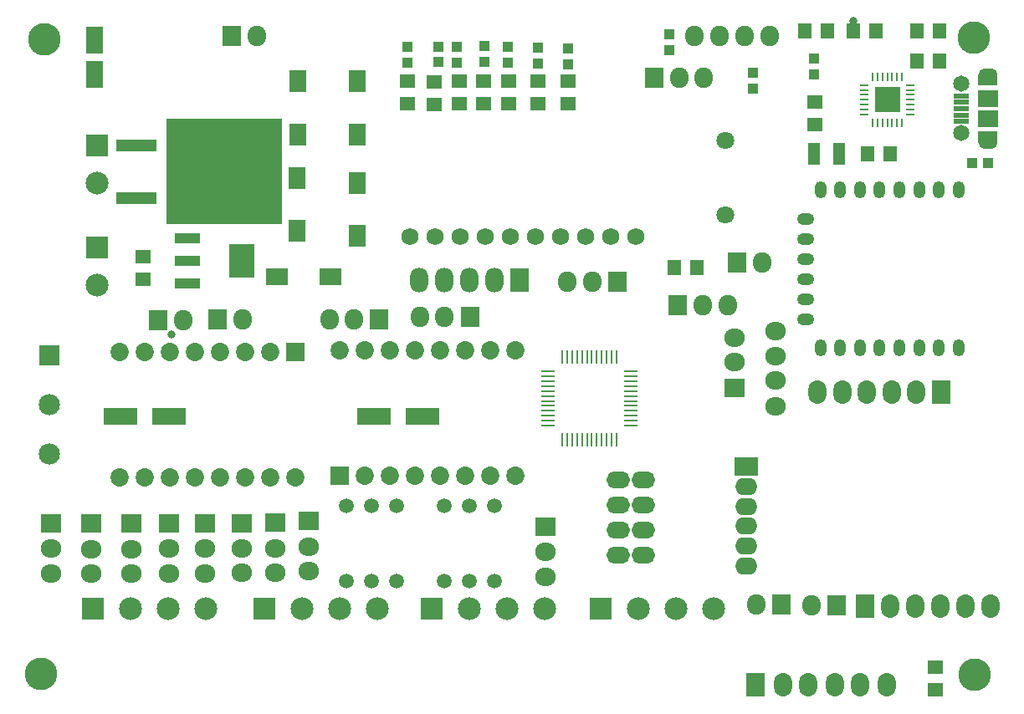
<source format=gts>
G04*
G04 #@! TF.GenerationSoftware,Altium Limited,Altium Designer,18.1.6 (161)*
G04*
G04 Layer_Color=8388736*
%FSTAX24Y24*%
%MOIN*%
G70*
G01*
G75*
%ADD18O,0.0750X0.0480*%
%ADD22R,0.0500X0.0870*%
%ADD32R,0.0080X0.0380*%
%ADD33R,0.0380X0.0080*%
%ADD37R,0.0580X0.0090*%
%ADD38R,0.0090X0.0580*%
%ADD41R,0.0830X0.0670*%
%ADD42R,0.0610X0.0240*%
%ADD43R,0.0867X0.0671*%
%ADD44R,0.0671X0.0867*%
%ADD45R,0.1320X0.0710*%
%ADD46R,0.0580X0.0630*%
%ADD47R,0.1620X0.0470*%
%ADD48R,0.4590X0.4190*%
%ADD49R,0.0630X0.0580*%
%ADD50O,0.0880X0.0680*%
%ADD51R,0.0930X0.0730*%
%ADD52R,0.0395X0.0395*%
%ADD53R,0.0395X0.0395*%
%ADD54R,0.0710X0.1084*%
%ADD55R,0.1000X0.1000*%
%ADD56O,0.0480X0.0680*%
%ADD57O,0.0680X0.0480*%
%ADD58O,0.0680X0.0480*%
%ADD59R,0.1040X0.1320*%
%ADD60R,0.1040X0.0410*%
%ADD61C,0.0907*%
%ADD62R,0.0907X0.0907*%
%ADD63C,0.0650*%
%ADD64C,0.0320*%
%ADD65R,0.0907X0.0907*%
%ADD66O,0.0830X0.0730*%
%ADD67R,0.0830X0.0730*%
%ADD68O,0.0730X0.0830*%
%ADD69R,0.0730X0.0830*%
%ADD70C,0.1300*%
%ADD71C,0.0730*%
%ADD72R,0.0730X0.0730*%
%ADD73C,0.0680*%
%ADD74O,0.0940X0.0680*%
%ADD75C,0.0592*%
%ADD76C,0.0709*%
%ADD77O,0.0730X0.0980*%
%ADD78R,0.0730X0.0980*%
%ADD79O,0.0730X0.0930*%
%ADD80R,0.0730X0.0930*%
%ADD81O,0.0730X0.0930*%
%ADD82R,0.0730X0.0930*%
%ADD83C,0.0848*%
%ADD84R,0.0848X0.0848*%
%ADD85C,0.0316*%
G36*
X047015Y0306D02*
X046265D01*
Y03014D01*
X047015D01*
Y0306D01*
D02*
G37*
G36*
Y032436D02*
X046265D01*
Y032896D01*
X047015D01*
Y032436D01*
D02*
G37*
D18*
X04664Y03014D02*
D03*
Y032896D02*
D03*
D22*
X04073Y02973D02*
D03*
X03971D02*
D03*
D32*
X043231Y030955D02*
D03*
X043034D02*
D03*
X042837D02*
D03*
X04264D02*
D03*
X042443D02*
D03*
X042246D02*
D03*
X042049D02*
D03*
Y032785D02*
D03*
X042246D02*
D03*
X042443D02*
D03*
X04264D02*
D03*
X042837D02*
D03*
X043034D02*
D03*
X043231D02*
D03*
D33*
X041725Y031279D02*
D03*
Y031476D02*
D03*
Y031673D02*
D03*
Y03187D02*
D03*
Y032067D02*
D03*
Y032264D02*
D03*
Y032461D02*
D03*
X043555D02*
D03*
Y032264D02*
D03*
Y032067D02*
D03*
Y03187D02*
D03*
Y031673D02*
D03*
Y031476D02*
D03*
Y031279D02*
D03*
D37*
X02911Y021043D02*
D03*
Y020846D02*
D03*
Y020649D02*
D03*
Y020452D02*
D03*
Y020255D02*
D03*
Y020058D02*
D03*
Y019862D02*
D03*
Y019665D02*
D03*
Y019468D02*
D03*
Y019271D02*
D03*
Y019074D02*
D03*
Y018877D02*
D03*
X03243D02*
D03*
Y019074D02*
D03*
Y019271D02*
D03*
Y019468D02*
D03*
Y019665D02*
D03*
Y019862D02*
D03*
Y020058D02*
D03*
Y020255D02*
D03*
Y020452D02*
D03*
Y020649D02*
D03*
Y020846D02*
D03*
Y021043D02*
D03*
D38*
X029687Y0183D02*
D03*
X029884D02*
D03*
X030081D02*
D03*
X030278D02*
D03*
X030475D02*
D03*
X030672D02*
D03*
X030868D02*
D03*
X031065D02*
D03*
X031262D02*
D03*
X031459D02*
D03*
X031656D02*
D03*
X031853D02*
D03*
Y02162D02*
D03*
X031656D02*
D03*
X031459D02*
D03*
X031262D02*
D03*
X031065D02*
D03*
X030868D02*
D03*
X030672D02*
D03*
X030475D02*
D03*
X030278D02*
D03*
X030081D02*
D03*
X029884D02*
D03*
X029687D02*
D03*
D41*
X04664Y031911D02*
D03*
Y031124D02*
D03*
D42*
X045587Y032029D02*
D03*
Y031774D02*
D03*
Y031518D02*
D03*
Y031262D02*
D03*
Y031006D02*
D03*
D43*
X020453Y02483D02*
D03*
X018327D02*
D03*
D44*
X02152Y028563D02*
D03*
Y026437D02*
D03*
X01913Y028763D02*
D03*
Y026637D02*
D03*
X02152Y032613D02*
D03*
Y030487D02*
D03*
X01917Y030477D02*
D03*
Y032603D02*
D03*
D45*
X024119Y01926D02*
D03*
X02219D02*
D03*
X01401D02*
D03*
X012081D02*
D03*
D46*
X04276Y02971D02*
D03*
X04186D02*
D03*
X03506Y02518D02*
D03*
X03416D02*
D03*
X04473Y03342D02*
D03*
X04383D02*
D03*
X04473Y03461D02*
D03*
X04383D02*
D03*
X0422Y03462D02*
D03*
X0413D02*
D03*
X04025D02*
D03*
X03935D02*
D03*
D47*
X012735Y027961D02*
D03*
Y030039D02*
D03*
D48*
X01623Y029D02*
D03*
D49*
X02353Y03263D02*
D03*
Y03173D02*
D03*
X02655Y03261D02*
D03*
Y03171D02*
D03*
X02755D02*
D03*
Y03261D02*
D03*
X02993Y03172D02*
D03*
Y03262D02*
D03*
X02559Y03171D02*
D03*
Y03261D02*
D03*
X02872Y032613D02*
D03*
Y031713D02*
D03*
X03974Y03178D02*
D03*
Y03088D02*
D03*
X0246Y03169D02*
D03*
Y03259D02*
D03*
X01298Y02561D02*
D03*
Y02471D02*
D03*
X04456Y00835D02*
D03*
Y00925D02*
D03*
D50*
X03702Y013295D02*
D03*
Y014083D02*
D03*
Y01487D02*
D03*
Y015657D02*
D03*
Y016445D02*
D03*
D51*
Y017232D02*
D03*
D52*
X02351Y033345D02*
D03*
Y033975D02*
D03*
X02548Y033358D02*
D03*
Y033988D02*
D03*
X02474Y033365D02*
D03*
Y033995D02*
D03*
X03971Y03289D02*
D03*
Y03352D02*
D03*
X02753Y033351D02*
D03*
Y033981D02*
D03*
X03394Y033835D02*
D03*
Y034465D02*
D03*
X0266Y033395D02*
D03*
Y034025D02*
D03*
X02871Y03332D02*
D03*
Y03395D02*
D03*
X029915Y03329D02*
D03*
Y03392D02*
D03*
X03729Y032945D02*
D03*
Y032315D02*
D03*
D53*
X046665Y02935D02*
D03*
X046035D02*
D03*
D54*
X01107Y034259D02*
D03*
Y032881D02*
D03*
D55*
X04264Y03187D02*
D03*
D56*
X039973Y02828D02*
D03*
X04076D02*
D03*
X041548D02*
D03*
X042335D02*
D03*
X045485D02*
D03*
X043123D02*
D03*
X04391D02*
D03*
X044697D02*
D03*
X045485Y021981D02*
D03*
X044697D02*
D03*
X04391D02*
D03*
X043123D02*
D03*
X042335D02*
D03*
X041548D02*
D03*
X04076D02*
D03*
X039973D02*
D03*
D57*
X039393Y02711D02*
D03*
Y02631D02*
D03*
Y02473D02*
D03*
Y02393D02*
D03*
Y02313D02*
D03*
D58*
Y02551D02*
D03*
D59*
X01691Y02546D02*
D03*
D60*
X01474Y024558D02*
D03*
Y02546D02*
D03*
Y026362D02*
D03*
D61*
X01114Y02449D02*
D03*
X032722Y011575D02*
D03*
X034222D02*
D03*
X035722D02*
D03*
X0155Y01158D02*
D03*
X014D02*
D03*
X0125D02*
D03*
X022337Y011575D02*
D03*
X020837D02*
D03*
X019337D02*
D03*
X028992D02*
D03*
X027492D02*
D03*
X025992D02*
D03*
X011169Y02856D02*
D03*
D62*
X01114Y02599D02*
D03*
X011169Y03006D02*
D03*
D63*
X045577Y032502D02*
D03*
Y030533D02*
D03*
D64*
X046775Y032896D02*
D03*
X046505D02*
D03*
X046775Y03014D02*
D03*
X046505D02*
D03*
D65*
X031222Y011575D02*
D03*
X011Y01158D02*
D03*
X017837Y011575D02*
D03*
X024492D02*
D03*
D66*
X02903Y01286D02*
D03*
Y01384D02*
D03*
X0382Y01966D02*
D03*
Y02067D02*
D03*
Y02165D02*
D03*
Y02266D02*
D03*
X01692Y01398D02*
D03*
Y013D02*
D03*
X01547Y01397D02*
D03*
Y01299D02*
D03*
X0196Y01406D02*
D03*
Y01308D02*
D03*
X01827Y01399D02*
D03*
Y01301D02*
D03*
X01093Y01396D02*
D03*
Y01298D02*
D03*
X00932Y01397D02*
D03*
Y01299D02*
D03*
X01402Y01397D02*
D03*
Y01299D02*
D03*
X01252Y01396D02*
D03*
Y01298D02*
D03*
X03656Y0214D02*
D03*
Y02238D02*
D03*
D67*
X02903Y01485D02*
D03*
X01692Y01499D02*
D03*
X01547Y01498D02*
D03*
X0196Y01507D02*
D03*
X01827Y015D02*
D03*
X01093Y01497D02*
D03*
X00932Y01498D02*
D03*
X01402D02*
D03*
X01252Y01497D02*
D03*
X03656Y02039D02*
D03*
D68*
X01695Y0231D02*
D03*
X01752Y03441D02*
D03*
X03795Y03442D02*
D03*
X03694D02*
D03*
X03596D02*
D03*
X03495D02*
D03*
X03767Y02537D02*
D03*
X03741Y01175D02*
D03*
X03962Y01172D02*
D03*
X03435Y03275D02*
D03*
X03533D02*
D03*
X0353Y02368D02*
D03*
X03628D02*
D03*
X01459Y02308D02*
D03*
X02139Y02312D02*
D03*
X02041D02*
D03*
X025Y02322D02*
D03*
X02402D02*
D03*
X0299Y02462D02*
D03*
X03088D02*
D03*
D69*
X01594Y0231D02*
D03*
X01651Y03441D02*
D03*
X03666Y02537D02*
D03*
X03842Y01175D02*
D03*
X04063Y01172D02*
D03*
X03334Y03275D02*
D03*
X03429Y02368D02*
D03*
X01358Y02308D02*
D03*
X0224Y02312D02*
D03*
X02601Y02322D02*
D03*
X03189Y02462D02*
D03*
D70*
X00906Y03427D02*
D03*
X0461Y03436D02*
D03*
X04612Y00894D02*
D03*
X00891Y00897D02*
D03*
D71*
X02783Y02188D02*
D03*
X02683D02*
D03*
X02583D02*
D03*
X02483D02*
D03*
X02083D02*
D03*
X02183D02*
D03*
X02283D02*
D03*
X02183Y01688D02*
D03*
X02283D02*
D03*
X02783D02*
D03*
X02683D02*
D03*
X02583D02*
D03*
X02483D02*
D03*
X02383Y02188D02*
D03*
Y01688D02*
D03*
X01207Y01683D02*
D03*
X01307D02*
D03*
X01407D02*
D03*
X01507D02*
D03*
X01907D02*
D03*
X01807D02*
D03*
X01707D02*
D03*
X01807Y02183D02*
D03*
X01707D02*
D03*
X01207D02*
D03*
X01307D02*
D03*
X01407D02*
D03*
X01507D02*
D03*
X01607Y01683D02*
D03*
Y02183D02*
D03*
D72*
X02083Y01688D02*
D03*
X01907Y02183D02*
D03*
D73*
X02362Y02642D02*
D03*
X02462D02*
D03*
X02562D02*
D03*
X02662D02*
D03*
X02762D02*
D03*
X02862D02*
D03*
X02962D02*
D03*
X03062D02*
D03*
X03162D02*
D03*
X03262D02*
D03*
D74*
X03193Y0147D02*
D03*
Y0137D02*
D03*
X03293Y0167D02*
D03*
Y0157D02*
D03*
Y0147D02*
D03*
Y0137D02*
D03*
X03193Y0157D02*
D03*
Y0167D02*
D03*
D75*
X024995Y012673D02*
D03*
X025995D02*
D03*
X026995D02*
D03*
Y015673D02*
D03*
X025995D02*
D03*
X024995D02*
D03*
X021095Y012673D02*
D03*
X022095D02*
D03*
X023095D02*
D03*
Y015673D02*
D03*
X022095D02*
D03*
X021095D02*
D03*
D76*
X03619Y030262D02*
D03*
Y02727D02*
D03*
D77*
X02398Y02469D02*
D03*
X02698D02*
D03*
X02598D02*
D03*
X02498D02*
D03*
D78*
X02798D02*
D03*
D79*
X04577Y01169D02*
D03*
X04277D02*
D03*
X04377D02*
D03*
X04477D02*
D03*
X04677D02*
D03*
D80*
X04177D02*
D03*
D81*
X039857Y02022D02*
D03*
X040841D02*
D03*
X041826D02*
D03*
X04281D02*
D03*
X043794D02*
D03*
X03849Y00854D02*
D03*
X03949D02*
D03*
X04054D02*
D03*
X04156D02*
D03*
X04262D02*
D03*
D82*
X044778Y02022D02*
D03*
X03739Y00854D02*
D03*
D83*
X00927Y019728D02*
D03*
Y01776D02*
D03*
D84*
Y021697D02*
D03*
D85*
X014115Y022513D02*
D03*
X04128Y03503D02*
D03*
M02*

</source>
